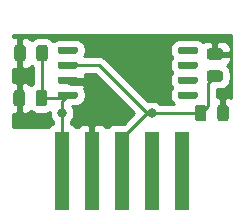
<source format=gtl>
G04 #@! TF.GenerationSoftware,KiCad,Pcbnew,(5.1.9-0-10_14)*
G04 #@! TF.CreationDate,2021-10-14T15:51:02+11:00*
G04 #@! TF.ProjectId,MAP Card,4d415020-4361-4726-942e-6b696361645f,rev?*
G04 #@! TF.SameCoordinates,Original*
G04 #@! TF.FileFunction,Copper,L1,Top*
G04 #@! TF.FilePolarity,Positive*
%FSLAX46Y46*%
G04 Gerber Fmt 4.6, Leading zero omitted, Abs format (unit mm)*
G04 Created by KiCad (PCBNEW (5.1.9-0-10_14)) date 2021-10-14 15:51:02*
%MOMM*%
%LPD*%
G01*
G04 APERTURE LIST*
G04 #@! TA.AperFunction,ConnectorPad*
%ADD10R,1.300000X6.730000*%
G04 #@! TD*
G04 #@! TA.AperFunction,ViaPad*
%ADD11C,0.800000*%
G04 #@! TD*
G04 #@! TA.AperFunction,Conductor*
%ADD12C,0.500000*%
G04 #@! TD*
G04 #@! TA.AperFunction,Conductor*
%ADD13C,0.250000*%
G04 #@! TD*
G04 #@! TA.AperFunction,Conductor*
%ADD14C,0.254000*%
G04 #@! TD*
G04 #@! TA.AperFunction,Conductor*
%ADD15C,0.100000*%
G04 #@! TD*
G04 APERTURE END LIST*
D10*
X148590000Y-108418000D03*
X151130000Y-108418000D03*
X153670000Y-108418000D03*
X156210000Y-108418000D03*
X158750000Y-108418000D03*
G04 #@! TA.AperFunction,SMDPad,CuDef*
G36*
G01*
X148235500Y-98321000D02*
X148235500Y-98021000D01*
G75*
G02*
X148385500Y-97871000I150000J0D01*
G01*
X149810500Y-97871000D01*
G75*
G02*
X149960500Y-98021000I0J-150000D01*
G01*
X149960500Y-98321000D01*
G75*
G02*
X149810500Y-98471000I-150000J0D01*
G01*
X148385500Y-98471000D01*
G75*
G02*
X148235500Y-98321000I0J150000D01*
G01*
G37*
G04 #@! TD.AperFunction*
G04 #@! TA.AperFunction,SMDPad,CuDef*
G36*
G01*
X148235500Y-99591000D02*
X148235500Y-99291000D01*
G75*
G02*
X148385500Y-99141000I150000J0D01*
G01*
X149810500Y-99141000D01*
G75*
G02*
X149960500Y-99291000I0J-150000D01*
G01*
X149960500Y-99591000D01*
G75*
G02*
X149810500Y-99741000I-150000J0D01*
G01*
X148385500Y-99741000D01*
G75*
G02*
X148235500Y-99591000I0J150000D01*
G01*
G37*
G04 #@! TD.AperFunction*
G04 #@! TA.AperFunction,SMDPad,CuDef*
G36*
G01*
X148235500Y-100861000D02*
X148235500Y-100561000D01*
G75*
G02*
X148385500Y-100411000I150000J0D01*
G01*
X149810500Y-100411000D01*
G75*
G02*
X149960500Y-100561000I0J-150000D01*
G01*
X149960500Y-100861000D01*
G75*
G02*
X149810500Y-101011000I-150000J0D01*
G01*
X148385500Y-101011000D01*
G75*
G02*
X148235500Y-100861000I0J150000D01*
G01*
G37*
G04 #@! TD.AperFunction*
G04 #@! TA.AperFunction,SMDPad,CuDef*
G36*
G01*
X148235500Y-102131000D02*
X148235500Y-101831000D01*
G75*
G02*
X148385500Y-101681000I150000J0D01*
G01*
X149810500Y-101681000D01*
G75*
G02*
X149960500Y-101831000I0J-150000D01*
G01*
X149960500Y-102131000D01*
G75*
G02*
X149810500Y-102281000I-150000J0D01*
G01*
X148385500Y-102281000D01*
G75*
G02*
X148235500Y-102131000I0J150000D01*
G01*
G37*
G04 #@! TD.AperFunction*
G04 #@! TA.AperFunction,SMDPad,CuDef*
G36*
G01*
X158395500Y-102131000D02*
X158395500Y-101831000D01*
G75*
G02*
X158545500Y-101681000I150000J0D01*
G01*
X159970500Y-101681000D01*
G75*
G02*
X160120500Y-101831000I0J-150000D01*
G01*
X160120500Y-102131000D01*
G75*
G02*
X159970500Y-102281000I-150000J0D01*
G01*
X158545500Y-102281000D01*
G75*
G02*
X158395500Y-102131000I0J150000D01*
G01*
G37*
G04 #@! TD.AperFunction*
G04 #@! TA.AperFunction,SMDPad,CuDef*
G36*
G01*
X158395500Y-100861000D02*
X158395500Y-100561000D01*
G75*
G02*
X158545500Y-100411000I150000J0D01*
G01*
X159970500Y-100411000D01*
G75*
G02*
X160120500Y-100561000I0J-150000D01*
G01*
X160120500Y-100861000D01*
G75*
G02*
X159970500Y-101011000I-150000J0D01*
G01*
X158545500Y-101011000D01*
G75*
G02*
X158395500Y-100861000I0J150000D01*
G01*
G37*
G04 #@! TD.AperFunction*
G04 #@! TA.AperFunction,SMDPad,CuDef*
G36*
G01*
X158395500Y-99591000D02*
X158395500Y-99291000D01*
G75*
G02*
X158545500Y-99141000I150000J0D01*
G01*
X159970500Y-99141000D01*
G75*
G02*
X160120500Y-99291000I0J-150000D01*
G01*
X160120500Y-99591000D01*
G75*
G02*
X159970500Y-99741000I-150000J0D01*
G01*
X158545500Y-99741000D01*
G75*
G02*
X158395500Y-99591000I0J150000D01*
G01*
G37*
G04 #@! TD.AperFunction*
G04 #@! TA.AperFunction,SMDPad,CuDef*
G36*
G01*
X158415500Y-98321000D02*
X158415500Y-98021000D01*
G75*
G02*
X158565500Y-97871000I150000J0D01*
G01*
X159990500Y-97871000D01*
G75*
G02*
X160140500Y-98021000I0J-150000D01*
G01*
X160140500Y-98321000D01*
G75*
G02*
X159990500Y-98471000I-150000J0D01*
G01*
X158565500Y-98471000D01*
G75*
G02*
X158415500Y-98321000I0J150000D01*
G01*
G37*
G04 #@! TD.AperFunction*
G04 #@! TA.AperFunction,SMDPad,CuDef*
G36*
G01*
X161087750Y-98016000D02*
X162000250Y-98016000D01*
G75*
G02*
X162244000Y-98259750I0J-243750D01*
G01*
X162244000Y-98747250D01*
G75*
G02*
X162000250Y-98991000I-243750J0D01*
G01*
X161087750Y-98991000D01*
G75*
G02*
X160844000Y-98747250I0J243750D01*
G01*
X160844000Y-98259750D01*
G75*
G02*
X161087750Y-98016000I243750J0D01*
G01*
G37*
G04 #@! TD.AperFunction*
G04 #@! TA.AperFunction,SMDPad,CuDef*
G36*
G01*
X161087750Y-99891000D02*
X162000250Y-99891000D01*
G75*
G02*
X162244000Y-100134750I0J-243750D01*
G01*
X162244000Y-100622250D01*
G75*
G02*
X162000250Y-100866000I-243750J0D01*
G01*
X161087750Y-100866000D01*
G75*
G02*
X160844000Y-100622250I0J243750D01*
G01*
X160844000Y-100134750D01*
G75*
G02*
X161087750Y-99891000I243750J0D01*
G01*
G37*
G04 #@! TD.AperFunction*
G04 #@! TA.AperFunction,SMDPad,CuDef*
G36*
G01*
X160840000Y-103048750D02*
X160840000Y-103961250D01*
G75*
G02*
X160596250Y-104205000I-243750J0D01*
G01*
X160108750Y-104205000D01*
G75*
G02*
X159865000Y-103961250I0J243750D01*
G01*
X159865000Y-103048750D01*
G75*
G02*
X160108750Y-102805000I243750J0D01*
G01*
X160596250Y-102805000D01*
G75*
G02*
X160840000Y-103048750I0J-243750D01*
G01*
G37*
G04 #@! TD.AperFunction*
G04 #@! TA.AperFunction,SMDPad,CuDef*
G36*
G01*
X162715000Y-103048750D02*
X162715000Y-103961250D01*
G75*
G02*
X162471250Y-104205000I-243750J0D01*
G01*
X161983750Y-104205000D01*
G75*
G02*
X161740000Y-103961250I0J243750D01*
G01*
X161740000Y-103048750D01*
G75*
G02*
X161983750Y-102805000I243750J0D01*
G01*
X162471250Y-102805000D01*
G75*
G02*
X162715000Y-103048750I0J-243750D01*
G01*
G37*
G04 #@! TD.AperFunction*
G04 #@! TA.AperFunction,SMDPad,CuDef*
G36*
G01*
X144498000Y-102691250D02*
X144498000Y-101778750D01*
G75*
G02*
X144741750Y-101535000I243750J0D01*
G01*
X145229250Y-101535000D01*
G75*
G02*
X145473000Y-101778750I0J-243750D01*
G01*
X145473000Y-102691250D01*
G75*
G02*
X145229250Y-102935000I-243750J0D01*
G01*
X144741750Y-102935000D01*
G75*
G02*
X144498000Y-102691250I0J243750D01*
G01*
G37*
G04 #@! TD.AperFunction*
G04 #@! TA.AperFunction,SMDPad,CuDef*
G36*
G01*
X146373000Y-102691250D02*
X146373000Y-101778750D01*
G75*
G02*
X146616750Y-101535000I243750J0D01*
G01*
X147104250Y-101535000D01*
G75*
G02*
X147348000Y-101778750I0J-243750D01*
G01*
X147348000Y-102691250D01*
G75*
G02*
X147104250Y-102935000I-243750J0D01*
G01*
X146616750Y-102935000D01*
G75*
G02*
X146373000Y-102691250I0J243750D01*
G01*
G37*
G04 #@! TD.AperFunction*
G04 #@! TA.AperFunction,SMDPad,CuDef*
G36*
G01*
X147411500Y-97968750D02*
X147411500Y-98881250D01*
G75*
G02*
X147167750Y-99125000I-243750J0D01*
G01*
X146680250Y-99125000D01*
G75*
G02*
X146436500Y-98881250I0J243750D01*
G01*
X146436500Y-97968750D01*
G75*
G02*
X146680250Y-97725000I243750J0D01*
G01*
X147167750Y-97725000D01*
G75*
G02*
X147411500Y-97968750I0J-243750D01*
G01*
G37*
G04 #@! TD.AperFunction*
G04 #@! TA.AperFunction,SMDPad,CuDef*
G36*
G01*
X145536500Y-97968750D02*
X145536500Y-98881250D01*
G75*
G02*
X145292750Y-99125000I-243750J0D01*
G01*
X144805250Y-99125000D01*
G75*
G02*
X144561500Y-98881250I0J243750D01*
G01*
X144561500Y-97968750D01*
G75*
G02*
X144805250Y-97725000I243750J0D01*
G01*
X145292750Y-97725000D01*
G75*
G02*
X145536500Y-97968750I0J-243750D01*
G01*
G37*
G04 #@! TD.AperFunction*
D11*
X153035000Y-97790000D03*
X156845000Y-101600000D03*
X152400000Y-102235000D03*
X156210000Y-103505000D03*
X148590000Y-103505000D03*
D12*
X151130000Y-104803000D02*
X151130000Y-108418000D01*
X151130000Y-101600000D02*
X151130000Y-104803000D01*
X150495000Y-100965000D02*
X151130000Y-101600000D01*
X149352000Y-100965000D02*
X150495000Y-100965000D01*
X149098000Y-100711000D02*
X149352000Y-100965000D01*
D13*
X153670000Y-105653000D02*
X153670000Y-108418000D01*
X155818000Y-103505000D02*
X153670000Y-105653000D01*
X160352500Y-103505000D02*
X156210000Y-103505000D01*
X151754000Y-99441000D02*
X150060500Y-99441000D01*
X150060500Y-99441000D02*
X149098000Y-99441000D01*
X155818000Y-103505000D02*
X151754000Y-99441000D01*
X156210000Y-103505000D02*
X155818000Y-103505000D01*
X160908737Y-102948763D02*
X160352500Y-103505000D01*
X160987763Y-102869737D02*
X160908737Y-102948763D01*
X160987763Y-100934737D02*
X160987763Y-102869737D01*
X161544000Y-100378500D02*
X160987763Y-100934737D01*
X146924000Y-102171500D02*
X146860500Y-102235000D01*
X146924000Y-98425000D02*
X146924000Y-102171500D01*
X148844000Y-102235000D02*
X149098000Y-101981000D01*
X146860500Y-102235000D02*
X148844000Y-102235000D01*
X148590000Y-102489000D02*
X148590000Y-103505000D01*
X149098000Y-101981000D02*
X148590000Y-102489000D01*
X148590000Y-103505000D02*
X148590000Y-108418000D01*
D14*
X162916000Y-102202400D02*
X162839482Y-102179188D01*
X162715000Y-102166928D01*
X162513250Y-102170000D01*
X162354500Y-102328750D01*
X162354500Y-103378000D01*
X162374500Y-103378000D01*
X162374500Y-103632000D01*
X162354500Y-103632000D01*
X162354500Y-103652000D01*
X162100500Y-103652000D01*
X162100500Y-103632000D01*
X162080500Y-103632000D01*
X162080500Y-103378000D01*
X162100500Y-103378000D01*
X162100500Y-102328750D01*
X161941750Y-102170000D01*
X161747763Y-102167046D01*
X161747763Y-101504072D01*
X162000250Y-101504072D01*
X162172285Y-101487128D01*
X162337709Y-101436947D01*
X162490164Y-101355458D01*
X162623792Y-101245792D01*
X162733458Y-101112164D01*
X162814947Y-100959709D01*
X162865128Y-100794285D01*
X162882072Y-100622250D01*
X162882072Y-100134750D01*
X162865128Y-99962715D01*
X162814947Y-99797291D01*
X162733458Y-99644836D01*
X162623792Y-99511208D01*
X162617436Y-99505992D01*
X162695185Y-99442185D01*
X162774537Y-99345494D01*
X162833502Y-99235180D01*
X162869812Y-99115482D01*
X162882072Y-98991000D01*
X162879000Y-98789250D01*
X162720250Y-98630500D01*
X161671000Y-98630500D01*
X161671000Y-98650500D01*
X161417000Y-98650500D01*
X161417000Y-98630500D01*
X161397000Y-98630500D01*
X161397000Y-98376500D01*
X161417000Y-98376500D01*
X161417000Y-97539750D01*
X161671000Y-97539750D01*
X161671000Y-98376500D01*
X162720250Y-98376500D01*
X162879000Y-98217750D01*
X162882072Y-98016000D01*
X162869812Y-97891518D01*
X162833502Y-97771820D01*
X162774537Y-97661506D01*
X162695185Y-97564815D01*
X162598494Y-97485463D01*
X162488180Y-97426498D01*
X162368482Y-97390188D01*
X162244000Y-97377928D01*
X161829750Y-97381000D01*
X161671000Y-97539750D01*
X161417000Y-97539750D01*
X161258250Y-97381000D01*
X160844000Y-97377928D01*
X160719518Y-97390188D01*
X160599820Y-97426498D01*
X160540801Y-97458045D01*
X160428329Y-97365742D01*
X160292082Y-97292916D01*
X160144245Y-97248071D01*
X159990500Y-97232928D01*
X158565500Y-97232928D01*
X158411755Y-97248071D01*
X158263918Y-97292916D01*
X158127671Y-97365742D01*
X158008249Y-97463749D01*
X157910242Y-97583171D01*
X157837416Y-97719418D01*
X157792571Y-97867255D01*
X157777428Y-98021000D01*
X157777428Y-98321000D01*
X157792571Y-98474745D01*
X157837416Y-98622582D01*
X157910242Y-98758829D01*
X157938954Y-98793815D01*
X157890242Y-98853171D01*
X157817416Y-98989418D01*
X157772571Y-99137255D01*
X157757428Y-99291000D01*
X157757428Y-99591000D01*
X157772571Y-99744745D01*
X157817416Y-99892582D01*
X157890242Y-100028829D01*
X157928954Y-100076000D01*
X157890242Y-100123171D01*
X157817416Y-100259418D01*
X157772571Y-100407255D01*
X157757428Y-100561000D01*
X157757428Y-100861000D01*
X157772571Y-101014745D01*
X157817416Y-101162582D01*
X157890242Y-101298829D01*
X157928954Y-101346000D01*
X157890242Y-101393171D01*
X157817416Y-101529418D01*
X157772571Y-101677255D01*
X157757428Y-101831000D01*
X157757428Y-102131000D01*
X157772571Y-102284745D01*
X157817416Y-102432582D01*
X157890242Y-102568829D01*
X157988249Y-102688251D01*
X158057398Y-102745000D01*
X156913711Y-102745000D01*
X156869774Y-102701063D01*
X156700256Y-102587795D01*
X156511898Y-102509774D01*
X156311939Y-102470000D01*
X156108061Y-102470000D01*
X155908102Y-102509774D01*
X155900659Y-102512857D01*
X152317804Y-98930003D01*
X152294001Y-98900999D01*
X152178276Y-98806026D01*
X152046247Y-98735454D01*
X151902986Y-98691997D01*
X151791333Y-98681000D01*
X151791322Y-98681000D01*
X151754000Y-98677324D01*
X151716678Y-98681000D01*
X150507359Y-98681000D01*
X150538584Y-98622582D01*
X150583429Y-98474745D01*
X150598572Y-98321000D01*
X150598572Y-98021000D01*
X150583429Y-97867255D01*
X150538584Y-97719418D01*
X150465758Y-97583171D01*
X150367751Y-97463749D01*
X150248329Y-97365742D01*
X150112082Y-97292916D01*
X149964245Y-97248071D01*
X149810500Y-97232928D01*
X148385500Y-97232928D01*
X148231755Y-97248071D01*
X148083918Y-97292916D01*
X147947671Y-97365742D01*
X147864297Y-97434165D01*
X147791292Y-97345208D01*
X147657664Y-97235542D01*
X147505209Y-97154053D01*
X147339785Y-97103872D01*
X147167750Y-97086928D01*
X146680250Y-97086928D01*
X146508215Y-97103872D01*
X146342791Y-97154053D01*
X146190336Y-97235542D01*
X146056708Y-97345208D01*
X146051492Y-97351564D01*
X145987685Y-97273815D01*
X145890994Y-97194463D01*
X145780680Y-97135498D01*
X145660982Y-97099188D01*
X145536500Y-97086928D01*
X145334750Y-97090000D01*
X145176000Y-97248750D01*
X145176000Y-98298000D01*
X145196000Y-98298000D01*
X145196000Y-98552000D01*
X145176000Y-98552000D01*
X145176000Y-99601250D01*
X145334750Y-99760000D01*
X145536500Y-99763072D01*
X145660982Y-99750812D01*
X145780680Y-99714502D01*
X145890994Y-99655537D01*
X145987685Y-99576185D01*
X146051492Y-99498436D01*
X146056708Y-99504792D01*
X146164000Y-99592845D01*
X146164001Y-101025677D01*
X146126836Y-101045542D01*
X145993208Y-101155208D01*
X145987992Y-101161564D01*
X145924185Y-101083815D01*
X145827494Y-101004463D01*
X145717180Y-100945498D01*
X145597482Y-100909188D01*
X145473000Y-100896928D01*
X145271250Y-100900000D01*
X145112500Y-101058750D01*
X145112500Y-102108000D01*
X145132500Y-102108000D01*
X145132500Y-102362000D01*
X145112500Y-102362000D01*
X145112500Y-103411250D01*
X145271250Y-103570000D01*
X145473000Y-103573072D01*
X145597482Y-103560812D01*
X145717180Y-103524502D01*
X145827494Y-103465537D01*
X145924185Y-103386185D01*
X145987992Y-103308436D01*
X145993208Y-103314792D01*
X146126836Y-103424458D01*
X146279291Y-103505947D01*
X146444715Y-103556128D01*
X146616750Y-103573072D01*
X147104250Y-103573072D01*
X147276285Y-103556128D01*
X147441709Y-103505947D01*
X147555000Y-103445392D01*
X147555000Y-103606939D01*
X147594774Y-103806898D01*
X147672795Y-103995256D01*
X147786063Y-104164774D01*
X147830000Y-104208711D01*
X147830000Y-104425762D01*
X147815518Y-104427188D01*
X147695820Y-104463498D01*
X147585506Y-104522463D01*
X147488815Y-104601815D01*
X147450912Y-104648000D01*
X144424000Y-104648000D01*
X144424000Y-103565784D01*
X144498000Y-103573072D01*
X144699750Y-103570000D01*
X144858500Y-103411250D01*
X144858500Y-102362000D01*
X144838500Y-102362000D01*
X144838500Y-102108000D01*
X144858500Y-102108000D01*
X144858500Y-101058750D01*
X144699750Y-100900000D01*
X144498000Y-100896928D01*
X144424000Y-100904216D01*
X144424000Y-99746863D01*
X144437018Y-99750812D01*
X144561500Y-99763072D01*
X144763250Y-99760000D01*
X144922000Y-99601250D01*
X144922000Y-98552000D01*
X144902000Y-98552000D01*
X144902000Y-98298000D01*
X144922000Y-98298000D01*
X144922000Y-97248750D01*
X144763250Y-97090000D01*
X144561500Y-97086928D01*
X144437018Y-97099188D01*
X144424000Y-97103137D01*
X144424000Y-96901000D01*
X162916001Y-96901000D01*
X162916000Y-102202400D01*
G04 #@! TA.AperFunction,Conductor*
D15*
G36*
X162916000Y-102202400D02*
G01*
X162839482Y-102179188D01*
X162715000Y-102166928D01*
X162513250Y-102170000D01*
X162354500Y-102328750D01*
X162354500Y-103378000D01*
X162374500Y-103378000D01*
X162374500Y-103632000D01*
X162354500Y-103632000D01*
X162354500Y-103652000D01*
X162100500Y-103652000D01*
X162100500Y-103632000D01*
X162080500Y-103632000D01*
X162080500Y-103378000D01*
X162100500Y-103378000D01*
X162100500Y-102328750D01*
X161941750Y-102170000D01*
X161747763Y-102167046D01*
X161747763Y-101504072D01*
X162000250Y-101504072D01*
X162172285Y-101487128D01*
X162337709Y-101436947D01*
X162490164Y-101355458D01*
X162623792Y-101245792D01*
X162733458Y-101112164D01*
X162814947Y-100959709D01*
X162865128Y-100794285D01*
X162882072Y-100622250D01*
X162882072Y-100134750D01*
X162865128Y-99962715D01*
X162814947Y-99797291D01*
X162733458Y-99644836D01*
X162623792Y-99511208D01*
X162617436Y-99505992D01*
X162695185Y-99442185D01*
X162774537Y-99345494D01*
X162833502Y-99235180D01*
X162869812Y-99115482D01*
X162882072Y-98991000D01*
X162879000Y-98789250D01*
X162720250Y-98630500D01*
X161671000Y-98630500D01*
X161671000Y-98650500D01*
X161417000Y-98650500D01*
X161417000Y-98630500D01*
X161397000Y-98630500D01*
X161397000Y-98376500D01*
X161417000Y-98376500D01*
X161417000Y-97539750D01*
X161671000Y-97539750D01*
X161671000Y-98376500D01*
X162720250Y-98376500D01*
X162879000Y-98217750D01*
X162882072Y-98016000D01*
X162869812Y-97891518D01*
X162833502Y-97771820D01*
X162774537Y-97661506D01*
X162695185Y-97564815D01*
X162598494Y-97485463D01*
X162488180Y-97426498D01*
X162368482Y-97390188D01*
X162244000Y-97377928D01*
X161829750Y-97381000D01*
X161671000Y-97539750D01*
X161417000Y-97539750D01*
X161258250Y-97381000D01*
X160844000Y-97377928D01*
X160719518Y-97390188D01*
X160599820Y-97426498D01*
X160540801Y-97458045D01*
X160428329Y-97365742D01*
X160292082Y-97292916D01*
X160144245Y-97248071D01*
X159990500Y-97232928D01*
X158565500Y-97232928D01*
X158411755Y-97248071D01*
X158263918Y-97292916D01*
X158127671Y-97365742D01*
X158008249Y-97463749D01*
X157910242Y-97583171D01*
X157837416Y-97719418D01*
X157792571Y-97867255D01*
X157777428Y-98021000D01*
X157777428Y-98321000D01*
X157792571Y-98474745D01*
X157837416Y-98622582D01*
X157910242Y-98758829D01*
X157938954Y-98793815D01*
X157890242Y-98853171D01*
X157817416Y-98989418D01*
X157772571Y-99137255D01*
X157757428Y-99291000D01*
X157757428Y-99591000D01*
X157772571Y-99744745D01*
X157817416Y-99892582D01*
X157890242Y-100028829D01*
X157928954Y-100076000D01*
X157890242Y-100123171D01*
X157817416Y-100259418D01*
X157772571Y-100407255D01*
X157757428Y-100561000D01*
X157757428Y-100861000D01*
X157772571Y-101014745D01*
X157817416Y-101162582D01*
X157890242Y-101298829D01*
X157928954Y-101346000D01*
X157890242Y-101393171D01*
X157817416Y-101529418D01*
X157772571Y-101677255D01*
X157757428Y-101831000D01*
X157757428Y-102131000D01*
X157772571Y-102284745D01*
X157817416Y-102432582D01*
X157890242Y-102568829D01*
X157988249Y-102688251D01*
X158057398Y-102745000D01*
X156913711Y-102745000D01*
X156869774Y-102701063D01*
X156700256Y-102587795D01*
X156511898Y-102509774D01*
X156311939Y-102470000D01*
X156108061Y-102470000D01*
X155908102Y-102509774D01*
X155900659Y-102512857D01*
X152317804Y-98930003D01*
X152294001Y-98900999D01*
X152178276Y-98806026D01*
X152046247Y-98735454D01*
X151902986Y-98691997D01*
X151791333Y-98681000D01*
X151791322Y-98681000D01*
X151754000Y-98677324D01*
X151716678Y-98681000D01*
X150507359Y-98681000D01*
X150538584Y-98622582D01*
X150583429Y-98474745D01*
X150598572Y-98321000D01*
X150598572Y-98021000D01*
X150583429Y-97867255D01*
X150538584Y-97719418D01*
X150465758Y-97583171D01*
X150367751Y-97463749D01*
X150248329Y-97365742D01*
X150112082Y-97292916D01*
X149964245Y-97248071D01*
X149810500Y-97232928D01*
X148385500Y-97232928D01*
X148231755Y-97248071D01*
X148083918Y-97292916D01*
X147947671Y-97365742D01*
X147864297Y-97434165D01*
X147791292Y-97345208D01*
X147657664Y-97235542D01*
X147505209Y-97154053D01*
X147339785Y-97103872D01*
X147167750Y-97086928D01*
X146680250Y-97086928D01*
X146508215Y-97103872D01*
X146342791Y-97154053D01*
X146190336Y-97235542D01*
X146056708Y-97345208D01*
X146051492Y-97351564D01*
X145987685Y-97273815D01*
X145890994Y-97194463D01*
X145780680Y-97135498D01*
X145660982Y-97099188D01*
X145536500Y-97086928D01*
X145334750Y-97090000D01*
X145176000Y-97248750D01*
X145176000Y-98298000D01*
X145196000Y-98298000D01*
X145196000Y-98552000D01*
X145176000Y-98552000D01*
X145176000Y-99601250D01*
X145334750Y-99760000D01*
X145536500Y-99763072D01*
X145660982Y-99750812D01*
X145780680Y-99714502D01*
X145890994Y-99655537D01*
X145987685Y-99576185D01*
X146051492Y-99498436D01*
X146056708Y-99504792D01*
X146164000Y-99592845D01*
X146164001Y-101025677D01*
X146126836Y-101045542D01*
X145993208Y-101155208D01*
X145987992Y-101161564D01*
X145924185Y-101083815D01*
X145827494Y-101004463D01*
X145717180Y-100945498D01*
X145597482Y-100909188D01*
X145473000Y-100896928D01*
X145271250Y-100900000D01*
X145112500Y-101058750D01*
X145112500Y-102108000D01*
X145132500Y-102108000D01*
X145132500Y-102362000D01*
X145112500Y-102362000D01*
X145112500Y-103411250D01*
X145271250Y-103570000D01*
X145473000Y-103573072D01*
X145597482Y-103560812D01*
X145717180Y-103524502D01*
X145827494Y-103465537D01*
X145924185Y-103386185D01*
X145987992Y-103308436D01*
X145993208Y-103314792D01*
X146126836Y-103424458D01*
X146279291Y-103505947D01*
X146444715Y-103556128D01*
X146616750Y-103573072D01*
X147104250Y-103573072D01*
X147276285Y-103556128D01*
X147441709Y-103505947D01*
X147555000Y-103445392D01*
X147555000Y-103606939D01*
X147594774Y-103806898D01*
X147672795Y-103995256D01*
X147786063Y-104164774D01*
X147830000Y-104208711D01*
X147830000Y-104425762D01*
X147815518Y-104427188D01*
X147695820Y-104463498D01*
X147585506Y-104522463D01*
X147488815Y-104601815D01*
X147450912Y-104648000D01*
X144424000Y-104648000D01*
X144424000Y-103565784D01*
X144498000Y-103573072D01*
X144699750Y-103570000D01*
X144858500Y-103411250D01*
X144858500Y-102362000D01*
X144838500Y-102362000D01*
X144838500Y-102108000D01*
X144858500Y-102108000D01*
X144858500Y-101058750D01*
X144699750Y-100900000D01*
X144498000Y-100896928D01*
X144424000Y-100904216D01*
X144424000Y-99746863D01*
X144437018Y-99750812D01*
X144561500Y-99763072D01*
X144763250Y-99760000D01*
X144922000Y-99601250D01*
X144922000Y-98552000D01*
X144902000Y-98552000D01*
X144902000Y-98298000D01*
X144922000Y-98298000D01*
X144922000Y-97248750D01*
X144763250Y-97090000D01*
X144561500Y-97086928D01*
X144437018Y-97099188D01*
X144424000Y-97103137D01*
X144424000Y-96901000D01*
X162916001Y-96901000D01*
X162916000Y-102202400D01*
G37*
G04 #@! TD.AperFunction*
D14*
X154743198Y-103505000D02*
X153833271Y-104414928D01*
X153020000Y-104414928D01*
X152895518Y-104427188D01*
X152775820Y-104463498D01*
X152665506Y-104522463D01*
X152568815Y-104601815D01*
X152530912Y-104648000D01*
X152269088Y-104648000D01*
X152231185Y-104601815D01*
X152134494Y-104522463D01*
X152024180Y-104463498D01*
X151904482Y-104427188D01*
X151780000Y-104414928D01*
X151415750Y-104418000D01*
X151257000Y-104576750D01*
X151257000Y-104648000D01*
X151003000Y-104648000D01*
X151003000Y-104576750D01*
X150844250Y-104418000D01*
X150480000Y-104414928D01*
X150355518Y-104427188D01*
X150235820Y-104463498D01*
X150125506Y-104522463D01*
X150028815Y-104601815D01*
X149990912Y-104648000D01*
X149729088Y-104648000D01*
X149691185Y-104601815D01*
X149594494Y-104522463D01*
X149484180Y-104463498D01*
X149364482Y-104427188D01*
X149350000Y-104425762D01*
X149350000Y-104208711D01*
X149393937Y-104164774D01*
X149507205Y-103995256D01*
X149585226Y-103806898D01*
X149625000Y-103606939D01*
X149625000Y-103403061D01*
X149585226Y-103203102D01*
X149507205Y-103014744D01*
X149443279Y-102919072D01*
X149810500Y-102919072D01*
X149964245Y-102903929D01*
X150112082Y-102859084D01*
X150248329Y-102786258D01*
X150367751Y-102688251D01*
X150465758Y-102568829D01*
X150538584Y-102432582D01*
X150583429Y-102284745D01*
X150598572Y-102131000D01*
X150598572Y-101831000D01*
X150583429Y-101677255D01*
X150538584Y-101529418D01*
X150466770Y-101395064D01*
X150491037Y-101365494D01*
X150550002Y-101255180D01*
X150586312Y-101135482D01*
X150598572Y-101011000D01*
X150595500Y-100996750D01*
X150436750Y-100838000D01*
X149225000Y-100838000D01*
X149225000Y-100858000D01*
X148971000Y-100858000D01*
X148971000Y-100838000D01*
X148951000Y-100838000D01*
X148951000Y-100584000D01*
X148971000Y-100584000D01*
X148971000Y-100564000D01*
X149225000Y-100564000D01*
X149225000Y-100584000D01*
X150436750Y-100584000D01*
X150595500Y-100425250D01*
X150598572Y-100411000D01*
X150586312Y-100286518D01*
X150560370Y-100201000D01*
X151439199Y-100201000D01*
X154743198Y-103505000D01*
G04 #@! TA.AperFunction,Conductor*
D15*
G36*
X154743198Y-103505000D02*
G01*
X153833271Y-104414928D01*
X153020000Y-104414928D01*
X152895518Y-104427188D01*
X152775820Y-104463498D01*
X152665506Y-104522463D01*
X152568815Y-104601815D01*
X152530912Y-104648000D01*
X152269088Y-104648000D01*
X152231185Y-104601815D01*
X152134494Y-104522463D01*
X152024180Y-104463498D01*
X151904482Y-104427188D01*
X151780000Y-104414928D01*
X151415750Y-104418000D01*
X151257000Y-104576750D01*
X151257000Y-104648000D01*
X151003000Y-104648000D01*
X151003000Y-104576750D01*
X150844250Y-104418000D01*
X150480000Y-104414928D01*
X150355518Y-104427188D01*
X150235820Y-104463498D01*
X150125506Y-104522463D01*
X150028815Y-104601815D01*
X149990912Y-104648000D01*
X149729088Y-104648000D01*
X149691185Y-104601815D01*
X149594494Y-104522463D01*
X149484180Y-104463498D01*
X149364482Y-104427188D01*
X149350000Y-104425762D01*
X149350000Y-104208711D01*
X149393937Y-104164774D01*
X149507205Y-103995256D01*
X149585226Y-103806898D01*
X149625000Y-103606939D01*
X149625000Y-103403061D01*
X149585226Y-103203102D01*
X149507205Y-103014744D01*
X149443279Y-102919072D01*
X149810500Y-102919072D01*
X149964245Y-102903929D01*
X150112082Y-102859084D01*
X150248329Y-102786258D01*
X150367751Y-102688251D01*
X150465758Y-102568829D01*
X150538584Y-102432582D01*
X150583429Y-102284745D01*
X150598572Y-102131000D01*
X150598572Y-101831000D01*
X150583429Y-101677255D01*
X150538584Y-101529418D01*
X150466770Y-101395064D01*
X150491037Y-101365494D01*
X150550002Y-101255180D01*
X150586312Y-101135482D01*
X150598572Y-101011000D01*
X150595500Y-100996750D01*
X150436750Y-100838000D01*
X149225000Y-100838000D01*
X149225000Y-100858000D01*
X148971000Y-100858000D01*
X148971000Y-100838000D01*
X148951000Y-100838000D01*
X148951000Y-100584000D01*
X148971000Y-100584000D01*
X148971000Y-100564000D01*
X149225000Y-100564000D01*
X149225000Y-100584000D01*
X150436750Y-100584000D01*
X150595500Y-100425250D01*
X150598572Y-100411000D01*
X150586312Y-100286518D01*
X150560370Y-100201000D01*
X151439199Y-100201000D01*
X154743198Y-103505000D01*
G37*
G04 #@! TD.AperFunction*
M02*

</source>
